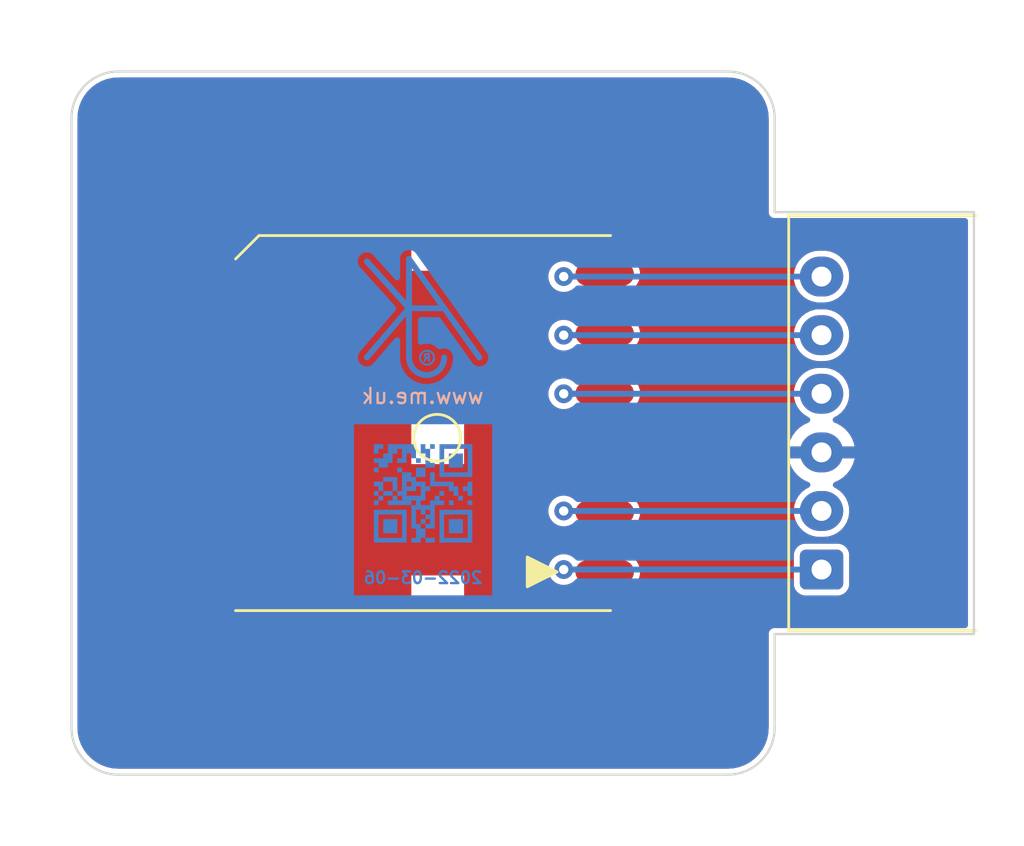
<source format=kicad_pcb>
(kicad_pcb (version 20211014) (generator pcbnew)
  (layers (0 "F.Cu" signal) (31 "B.Cu" signal) (34 "B.Paste" user) (35 "F.Paste" user) (36 "B.SilkS" user "B.Silkscreen") (37 "F.SilkS" user "F.Silkscreen") (38 "B.Mask" user) (39 "F.Mask" user) (44 "Edge.Cuts" user))
  (property "DATE" "2022-03-06")
  (net 0 "")
  (net 7 "GND")
  (net 8 "Net-(J1-Pad1)")
  (net 9 "Net-(J1-Pad2)")
  (net 10 "Net-(J1-Pad4)")
  (net 11 "Net-(J1-Pad5)")
  (net 12 "Net-(J1-Pad6)")
  (footprint "RevK:Molex_MiniSPOX_H6RA" (layer "F.Cu") (at 117 100 90)
    (fp_text reference "J1" hide)
    (fp_text value "Conn_01x06")
    (fp_line (start -8.85 -1.4) (end -8.85 6.6) (layer "F.SilkS") (width 0.12))
    (fp_line (start -8.85 -1.4) (end 8.85 -1.4) (layer "F.SilkS") (width 0.12))
    (fp_line (start 8.85 -1.4) (end 8.85 6.6) (layer "F.SilkS") (width 0.12))
    (pad "1" thru_hole roundrect (at -6.25 0 90) (size 1.7 1.85) (drill 0.85) (layers *.Cu *.Mask) (roundrect_rratio 0.1470588235) (net 8 "Net-(J1-Pad1)"))
    (pad "2" thru_hole oval (at -3.75 0 90) (size 1.7 1.85) (drill 0.85) (layers *.Cu *.Mask) (net 9 "Net-(J1-Pad2)"))
    (pad "3" thru_hole oval (at -1.25 0 90) (size 1.7 1.85) (drill 0.85) (layers *.Cu *.Mask) (net 7 "GND"))
    (pad "4" thru_hole oval (at 1.25 0 90) (size 1.7 1.85) (drill 0.85) (layers *.Cu *.Mask) (net 10 "Net-(J1-Pad4)"))
    (pad "5" thru_hole oval (at 3.75 0 90) (size 1.7 1.85) (drill 0.85) (layers *.Cu *.Mask) (net 11 "Net-(J1-Pad5)"))
    (pad "6" thru_hole oval (at 6.25 0 90) (size 1.7 1.85) (drill 0.85) (layers *.Cu *.Mask) (net 12 "Net-(J1-Pad6)"))
  )
  (footprint "RevK:L86-M33" (layer "F.Cu") (at 100 100)
    (fp_text reference "U1" hide)
    (fp_text value "L86-M33")
    (fp_line (start -8 8) (end 8 8) (layer "F.SilkS") (width 0.12))
    (fp_line (start -8 -7) (end -7 -8) (layer "F.SilkS") (width 0.12))
    (fp_line (start -7 -8) (end 8 -8) (layer "F.SilkS") (width 0.12))
    (fp_circle (center 0.6 0.63) (end 1.6 0.63) (layer "F.SilkS") (width 0.12) (fill none))
    (fp_poly (pts (xy 5.715 6.35) (xy 4.445 6.985) (xy 4.445 5.715)) (layer "F.SilkS") (width 0.12) (fill solid))
    (pad "1" smd roundrect (at 7.75 6.35) (size 2.5 1) (layers "F.Cu" "F.Paste" "F.Mask") (roundrect_rratio 0.5) (net 8 "Net-(J1-Pad1)"))
    (pad "2" smd roundrect (at 7.75 3.81) (size 2.5 1) (layers "F.Cu" "F.Paste" "F.Mask") (roundrect_rratio 0.5) (net 9 "Net-(J1-Pad2)"))
    (pad "3" smd roundrect (at 7.75 1.27) (size 2.5 1) (layers "F.Cu" "F.Paste" "F.Mask") (roundrect_rratio 0.5) (net 7 "GND"))
    (pad "4" smd roundrect (at 7.75 -1.27) (size 2.5 1) (layers "F.Cu" "F.Paste" "F.Mask") (roundrect_rratio 0.5) (net 10 "Net-(J1-Pad4)"))
    (pad "5" smd roundrect (at 7.75 -3.81) (size 2.5 1) (layers "F.Cu" "F.Paste" "F.Mask") (roundrect_rratio 0.5) (net 11 "Net-(J1-Pad5)"))
    (pad "6" smd roundrect (at 7.75 -6.35) (size 2.5 1) (layers "F.Cu" "F.Paste" "F.Mask") (roundrect_rratio 0.5) (net 12 "Net-(J1-Pad6)"))
    (pad "7" smd roundrect (at -7.75 -6.35) (size 2.5 1) (layers "F.Cu" "F.Paste" "F.Mask") (roundrect_rratio 0.5))
    (pad "8" smd roundrect (at -7.75 -3.81) (size 2.5 1) (layers "F.Cu" "F.Paste" "F.Mask") (roundrect_rratio 0.5))
    (pad "9" smd roundrect (at -7.75 -1.27) (size 2.5 1) (layers "F.Cu" "F.Paste" "F.Mask") (roundrect_rratio 0.5))
    (pad "10" smd roundrect (at -7.75 1.27) (size 2.5 1) (layers "F.Cu" "F.Paste" "F.Mask") (roundrect_rratio 0.5))
    (pad "11" smd roundrect (at -7.75 3.81) (size 2.5 1) (layers "F.Cu" "F.Paste" "F.Mask") (roundrect_rratio 0.5))
    (pad "12" smd roundrect (at -7.75 6.35) (size 2.5 1) (layers "F.Cu" "F.Paste" "F.Mask") (roundrect_rratio 0.5))
    (zone (net 0) (net_name "") (layer "F.Cu") (connect_pads (clearance 0)) (min_thickness 0.254)
      (keepout (tracks not_allowed) (vias not_allowed) (pads not_allowed) (copperpour not_allowed) (footprints not_allowed))
      (fill (thermal_gap 0.508) (thermal_bridge_width 0.508))
      (polygon (pts (xy 101.75 107.75) (xy 99.5 107.75) (xy 99.5 106.5) (xy 101.75 106.5)))
    )
    (zone (net 0) (net_name "") (layer "F.Cu") (connect_pads (clearance 0)) (min_thickness 0.254)
      (keepout (tracks not_allowed) (vias not_allowed) (pads not_allowed) (copperpour not_allowed) (footprints not_allowed))
      (fill (thermal_gap 0.508) (thermal_bridge_width 0.508))
      (polygon (pts (xy 101.75 101.75) (xy 99.5 101.75) (xy 99.5 99.5) (xy 101.75 99.5)))
    )
    (zone (net 0) (net_name "") (layer "F.Cu") (connect_pads (clearance 0)) (min_thickness 0.254)
      (keepout (tracks not_allowed) (vias not_allowed) (pads not_allowed) (copperpour not_allowed) (footprints not_allowed))
      (fill (thermal_gap 0.508) (thermal_bridge_width 0.508))
      (polygon (pts (xy 101.75 93.5) (xy 99.5 93.5) (xy 99.5 92.25) (xy 101.75 92.25)))
    )
  )
  (footprint "RevK:AJK" (layer "B.Cu") (at 99.4 95.1 180)
    (fp_text reference "Logo1" hide)
    (fp_text value "AJK" hide)
    (fp_text user "www.me.uk" (at -0.58 -3.75 unlocked) (layer "B.SilkS") (effects (font (size 0.65 0.65) (thickness 0.1)) (justify mirror)))
    (fp_line (start -0.85 -1.95) (end -0.85 -2.25) (layer "B.Cu") (width 0.08))
    (fp_line (start -0.85 -2.11) (end -0.75 -2.11) (layer "B.Cu") (width 0.08))
    (fp_line (start -0.75 -2.11) (end -0.65 -2.25) (layer "B.Cu") (width 0.08))
    (fp_line (start -0.85 -1.95) (end -0.75 -1.95) (layer "B.Cu") (width 0.08))
    (fp_line (start 0 2.1) (end 0 -2.1) (layer "B.Cu") (width 0.25))
    (fp_line (start 0 0) (end -1.5 0) (layer "B.Cu") (width 0.25))
    (fp_line (start 0 0) (end 1.8 -2.1) (layer "B.Cu") (width 0.25))
    (fp_line (start 0 2.1) (end -3 -2.1) (layer "B.Cu") (width 0.25))
    (fp_line (start 1.8 2) (end 0 0) (layer "B.Cu") (width 0.25))
    (fp_arc (start -0.75 -2.11) (mid -0.67 -2.03) (end -0.75 -1.95) (layer "B.Cu") (width 0.08))
    (fp_arc (start -1.5 -2.1) (mid -0.75 -2.85) (end 0 -2.1) (layer "B.Cu") (width 0.25))
    (fp_circle (center -0.77 -2.11) (end -0.47 -2.11) (layer "B.Cu") (width 0.08) (fill none))
  )
  (footprint "RevK:QR-GPS" (layer "B.Cu") (at 100 103 180)
    (fp_text reference "U2" hide)
    (fp_text value "QR" hide)
    (fp_text user "${DATE}" (at 0 -3.6) (layer "B.Cu") (effects (font (size 0.5 0.5) (thickness 0.1)) (justify mirror)))
    (pad "" smd rect locked (at -1.4 2 180) (size 1 0.2) (layers "B.Cu") (clearance 0.2))
    (pad "" smd rect locked (at -0.6 -0.2 180) (size 0.2 0.2) (layers "B.Cu") (clearance 0.2))
    (pad "" smd rect locked (at -1.2 -0.4 180) (size 0.2 0.2) (layers "B.Cu") (clearance 0.2))
    (pad "" smd rect locked (at 1.4 -1.4 180) (size 0.6 0.6) (layers "B.Cu") (clearance 0.2))
    (pad "" smd rect locked (at 0.2 -0.4 180) (size 0.2 0.6) (layers "B.Cu") (clearance 0.2))
    (pad "" smd rect locked (at 0.1 0.9 180) (size 0.4 0.4) (layers "B.Cu") (clearance 0.2))
    (pad "" smd rect locked (at 0.8 -1.3 180) (size 0.2 1.2) (layers "B.Cu") (clearance 0.2))
    (pad "" smd rect locked (at 0.3 -1.4 180) (size 0.4 0.2) (layers "B.Cu") (clearance 0.2))
    (pad "" smd rect locked (at -1.8 0.2 180) (size 0.2 0.2) (layers "B.Cu") (clearance 0.2))
    (pad "" smd rect locked (at 0.6 0.8 180) (size 0.2 0.2) (layers "B.Cu") (clearance 0.2))
    (pad "" smd rect locked (at 1.8 -0.2 180) (size 0.2 0.2) (layers "B.Cu") (clearance 0.2))
    (pad "" smd rect locked (at -0.8 1.5 180) (size 0.2 1.2) (layers "B.Cu") (clearance 0.2))
    (pad "" smd rect locked (at 1.2 -0.2 180) (size 0.2 0.2) (layers "B.Cu") (clearance 0.2))
    (pad "" smd rect locked (at 0 1.9 180) (size 0.2 0.4) (layers "B.Cu") (clearance 0.2))
    (pad "" smd rect locked (at -0.2 -1 180) (size 0.2 0.2) (layers "B.Cu") (clearance 0.2))
    (pad "" smd rect locked (at -1.4 1.4 180) (size 0.6 0.6) (layers "B.Cu") (clearance 0.2))
    (pad "" smd rect locked (at -1.4 0.8 180) (size 1.4 0.2) (layers "B.Cu") (clearance 0.2))
    (pad "" smd rect locked (at 0.9 1.4 180) (size 0.4 0.2) (layers "B.Cu") (clearance 0.2))
    (pad "" smd rect locked (at -0.3 1.2 180) (size 0.4 0.2) (layers "B.Cu") (clearance 0.2))
    (pad "" smd rect locked (at 1 1 180) (size 0.2 0.2) (layers "B.Cu") (clearance 0.2))
    (pad "" smd rect locked (at -0.4 -0.8 180) (size 0.2 1) (layers "B.Cu") (clearance 0.2))
    (pad "" smd rect locked (at -1.2 0.3 180) (size 0.2 0.4) (layers "B.Cu") (clearance 0.2))
    (pad "" smd rect locked (at -2 1.5 180) (size 0.2 1.2) (layers "B.Cu") (clearance 0.2))
    (pad "" smd rect locked (at 2 1 180) (size 0.2 0.2) (layers "B.Cu") (clearance 0.2))
    (pad "" smd rect locked (at 2 0 180) (size 0.2 0.2) (layers "B.Cu") (clearance 0.2))
    (pad "" smd rect locked (at -1.4 -0.8 180) (size 1 0.2) (layers "B.Cu") (clearance 0.2))
    (pad "" smd rect locked (at -2 0.2 180) (size 0.2 0.6) (layers "B.Cu") (clearance 0.2))
    (pad "" smd rect locked (at -0.8 0 180) (size 0.2 0.2) (layers "B.Cu") (clearance 0.2))
    (pad "" smd rect locked (at 2 -1.3 180) (size 0.2 1.2) (layers "B.Cu") (clearance 0.2))
    (pad "" smd rect locked (at 0.6 -0.2 180) (size 0.6 0.2) (layers "B.Cu") (clearance 0.2))
    (pad "" smd rect locked (at 0.9 0 180) (size 0.4 0.2) (layers "B.Cu") (clearance 0.2))
    (pad "" smd rect locked (at -0.3 -1.4 180) (size 0.4 0.2) (layers "B.Cu") (clearance 0.2))
    (pad "" smd rect locked (at 0.5 0.6 180) (size 0.4 0.2) (layers "B.Cu") (clearance 0.2))
    (pad "" smd rect locked (at -0.2 -0.6 180) (size 0.2 0.2) (layers "B.Cu") (clearance 0.2))
    (pad "" smd rect locked (at 2 1.9 180) (size 0.2 0.4) (layers "B.Cu") (clearance 0.2))
    (pad "" smd rect locked (at 1.2 0.4 180) (size 0.2 0.6) (layers "B.Cu") (clearance 0.2))
    (pad "" smd rect locked (at 0 -0.7 180) (size 0.2 0.4) (layers "B.Cu") (clearance 0.2))
    (pad "" smd rect locked (at 0.1 -1.7 180) (size 0.4 0.4) (layers "B.Cu") (clearance 0.2))
    (pad "" smd rect locked (at 1.4 1.7 180) (size 0.2 0.8) (layers "B.Cu") (clearance 0.2))
    (pad "" smd rect locked (at -0.7 0.4 180) (size 0.8 0.2) (layers "B.Cu") (clearance 0.2))
    (pad "" smd rect locked (at -1.4 -1.4 180) (size 0.6 0.6) (layers "B.Cu") (clearance 0.2))
    (pad "" smd rect locked (at 2 0.4 180) (size 0.2 0.2) (layers "B.Cu") (clearance 0.2))
    (pad "" smd rect locked (at -2 -0.4 180) (size 0.2 0.2) (layers "B.Cu") (clearance 0.2))
    (pad "" smd rect locked (at -0.2 0.2 180) (size 0.2 0.2) (layers "B.Cu") (clearance 0.2))
    (pad "" smd rect locked (at -2 -1.3 180) (size 0.2 1.2) (layers "B.Cu") (clearance 0.2))
    (pad "" smd rect locked (at 1.8 2 180) (size 0.2 0.2) (layers "B.Cu") (clearance 0.2))
    (pad "" smd rect locked (at 1 -0.4 180) (size 1 0.2) (layers "B.Cu") (clearance 0.2))
    (pad "" smd rect locked (at -1.4 -2 180) (size 1.4 0.2) (layers "B.Cu") (clearance 0.2))
    (pad "" smd rect locked (at -1.6 -0.2 180) (size 0.2 0.2) (layers "B.Cu") (clearance 0.2))
    (pad "" smd rect locked (at 0.8 0.6 180) (size 0.2 0.6) (layers "B.Cu") (clearance 0.2))
    (pad "" smd rect locked (at 0 -1.2 180) (size 0.2 0.2) (layers "B.Cu") (clearance 0.2))
    (pad "" smd rect locked (at -0.7 -0.4 180) (size 0.4 0.2) (layers "B.Cu") (clearance 0.2))
    (pad "" smd rect locked (at 1.7 1.3 180) (size 0.4 0.4) (layers "B.Cu") (clearance 0.2))
    (pad "" smd rect locked (at -0.2 1.6 180) (size 0.2 0.6) (layers "B.Cu") (clearance 0.2))
    (pad "" smd rect locked (at -0.4 0.7 180) (size 0.2 0.4) (layers "B.Cu") (clearance 0.2))
    (pad "" smd rect locked (at 1.4 -0.8 180) (size 1 0.2) (layers "B.Cu") (clearance 0.2))
    (pad "" smd rect locked (at 1.2 1.9 180) (size 0.2 0.4) (layers "B.Cu") (clearance 0.2))
    (pad "" smd rect locked (at 0.6 1.9 180) (size 0.2 0.4) (layers "B.Cu") (clearance 0.2))
    (pad "" smd rect locked (at 1.5 0.6 180) (size 0.4 0.2) (layers "B.Cu") (clearance 0.2))
    (pad "" smd rect locked (at 0.6 0.2 180) (size 0.6 0.2) (layers "B.Cu") (clearance 0.2))
    (pad "" smd rect locked (at -0.4 2 180) (size 0.2 0.2) (layers "B.Cu") (clearance 0.2))
    (pad "" smd rect locked (at 2 -0.4 180) (size 0.2 0.2) (layers "B.Cu") (clearance 0.2))
    (pad "" smd rect locked (at 0 0.1 180) (size 0.2 0.8) (layers "B.Cu") (clearance 0.2))
    (pad "" smd rect locked (at -0.8 -1.3 180) (size 0.2 1.2) (layers "B.Cu") (clearance 0.2))
    (pad "" smd rect locked (at 1.6 1.6 180) (size 0.2 0.2) (layers "B.Cu") (clearance 0.2))
    (pad "" smd rect locked (at -1.4 0.1 180) (size 0.2 0.4) (layers "B.Cu") (clearance 0.2))
    (pad "" smd rect locked (at 0.2 1.4 180) (size 0.2 0.2) (layers "B.Cu") (clearance 0.2))
    (pad "" smd rect locked (at -0.3 -2 180) (size 0.4 0.2) (layers "B.Cu") (clearance 0.2))
    (pad "" smd rect locked (at 2 1.4 180) (size 0.2 0.2) (layers "B.Cu") (clearance 0.2))
    (pad "" smd rect locked (at 1.8 0.3 180) (size 0.2 0.4) (layers "B.Cu") (clearance 0.2))
    (pad "" smd rect locked (at 0.4 -0.9 180) (size 0.2 0.8) (layers "B.Cu") (clearance 0.2))
    (pad "" smd rect locked (at 0.8 1.8 180) (size 0.2 0.6) (layers "B.Cu") (clearance 0.2))
    (pad "" smd rect locked (at 1 2 180) (size 0.2 0.2) (layers "B.Cu") (clearance 0.2))
    (pad "" smd rect locked (at 0.4 1.8 180) (size 0.2 0.6) (layers "B.Cu") (clearance 0.2))
    (pad "" smd rect locked (at 1.4 -2 180) (size 1.4 0.2) (layers "B.Cu") (clearance 0.2))
    (pad "" smd rect locked (at 1.5 0 180) (size 0.4 0.2) (layers "B.Cu") (clearance 0.2))
    (pad "" smd rect locked (at 0.3 0.4 180) (size 0.4 0.2) (layers "B.Cu") (clearance 0.2))
    (pad "" smd rect locked (at 0.3 -2 180) (size 0.4 0.2) (layers "B.Cu") (clearance 0.2))
    (zone (net 0) (net_name "") (layer "B.Cu") (connect_pads (clearance 0)) (min_thickness 0.254)
      (keepout (tracks not_allowed) (vias not_allowed) (pads allowed) (copperpour not_allowed) (footprints not_allowed))
      (fill (thermal_gap 0.508) (thermal_bridge_width 0.508))
      (polygon (pts (xy 97.05 107.35) (xy 102.95 107.35) (xy 102.95 100.05) (xy 97.05 100.05)))
    )
  )
  (gr_line (start 115 109) (end 115 113) (layer "Edge.Cuts") (width 0.1))
  (gr_arc (start 115 113) (mid 114.414214 114.414214) (end 113 115) (layer "Edge.Cuts") (width 0.1))
  (gr_line (start 87 85) (end 113 85) (layer "Edge.Cuts") (width 0.1))
  (gr_line (start 115 91) (end 123.5 91) (layer "Edge.Cuts") (width 0.1))
  (gr_line (start 123.5 109) (end 115 109) (layer "Edge.Cuts") (width 0.1))
  (gr_arc (start 87 115) (mid 85.585786 114.414214) (end 85 113) (layer "Edge.Cuts") (width 0.1))
  (gr_line (start 113 115) (end 87 115) (layer "Edge.Cuts") (width 0.1))
  (gr_line (start 115 87) (end 115 91) (layer "Edge.Cuts") (width 0.1))
  (gr_arc (start 113 85) (mid 114.414214 85.585786) (end 115 87) (layer "Edge.Cuts") (width 0.1))
  (gr_arc (start 85 87) (mid 85.585786 85.585786) (end 87 85) (layer "Edge.Cuts") (width 0.1))
  (gr_line (start 85 113) (end 85 87) (layer "Edge.Cuts") (width 0.1))
  (gr_line (start 123.5 91) (end 123.5 109) (layer "Edge.Cuts") (width 0.1))
  (segment (start 106 106.25) (end 107.65 106.25) (width 0.25) (layer "F.Cu") (net 8))
  (segment (start 107.65 106.25) (end 107.75 106.35) (width 0.25) (layer "F.Cu") (net 8))
  (via (at 106 106.25) (size 0.8) (drill 0.4) (layers "F.Cu" "B.Cu") (net 8))
  (segment (start 117 106.25) (end 106 106.25) (width 0.25) (layer "B.Cu") (net 8))
  (segment (start 106 103.75) (end 107.69 103.75) (width 0.25) (layer "F.Cu") (net 9))
  (segment (start 107.69 103.75) (end 107.75 103.81) (width 0.25) (layer "F.Cu") (net 9))
  (via (at 106 103.75) (size 0.8) (drill 0.4) (layers "F.Cu" "B.Cu") (net 9))
  (segment (start 117 103.75) (end 106 103.75) (width 0.25) (layer "B.Cu") (net 9))
  (segment (start 107.73 98.75) (end 107.75 98.73) (width 0.25) (layer "F.Cu") (net 10))
  (segment (start 106 98.75) (end 107.73 98.75) (width 0.25) (layer "F.Cu") (net 10))
  (via (at 106 98.75) (size 0.8) (drill 0.4) (layers "F.Cu" "B.Cu") (net 10))
  (segment (start 117 98.75) (end 106 98.75) (width 0.25) (layer "B.Cu") (net 10))
  (segment (start 107.69 96.25) (end 107.75 96.19) (width 0.25) (layer "F.Cu") (net 11))
  (segment (start 106 96.25) (end 107.69 96.25) (width 0.25) (layer "F.Cu") (net 11))
  (via (at 106 96.25) (size 0.8) (drill 0.4) (layers "F.Cu" "B.Cu") (net 11))
  (segment (start 117 96.25) (end 106 96.25) (width 0.25) (layer "B.Cu") (net 11))
  (segment (start 107.65 93.75) (end 107.75 93.65) (width 0.25) (layer "F.Cu") (net 12))
  (segment (start 106 93.75) (end 107.65 93.75) (width 0.25) (layer "F.Cu") (net 12))
  (via (at 106 93.75) (size 0.8) (drill 0.4) (layers "F.Cu" "B.Cu") (net 12))
  (segment (start 117 93.75) (end 106 93.75) (width 0.25) (layer "B.Cu") (net 12))
  (zone (net 7) (net_name "GND") (layers F&B.Cu) (connect_pads (clearance 0.254)) (min_thickness 0.254) (fill yes (thermal_gap 0.508) (thermal_bridge_width 0.508))
    (polygon (pts (xy 115 91) (xy 124 91) (xy 124 109) (xy 115 109) (xy 115 115) (xy 85 115) (xy 85 85) (xy 115 85)))
  )
)
</source>
